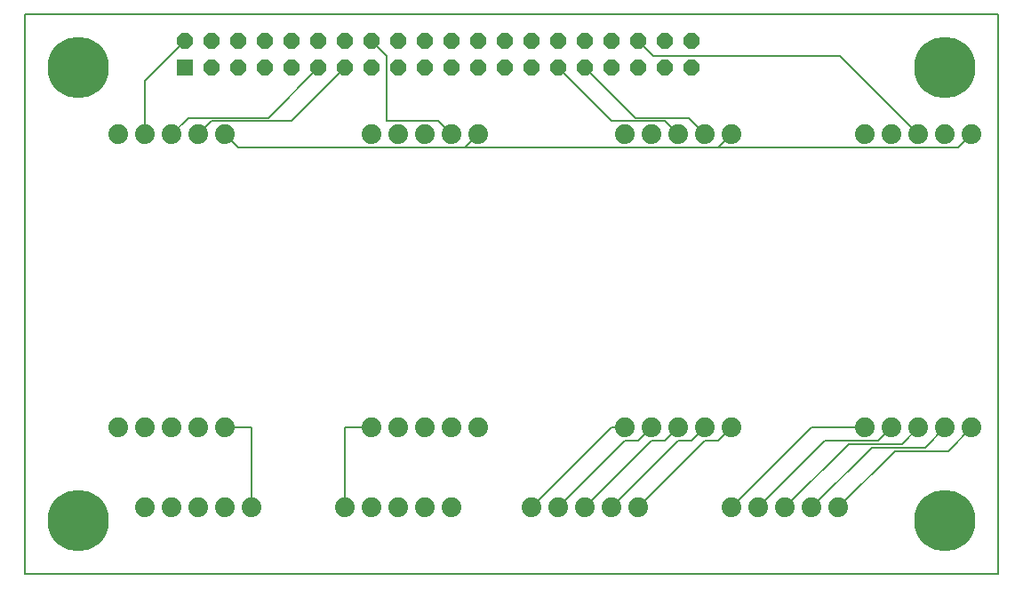
<source format=gbl>
G75*
%MOIN*%
%OFA0B0*%
%FSLAX25Y25*%
%IPPOS*%
%LPD*%
%AMOC8*
5,1,8,0,0,1.08239X$1,22.5*
%
%ADD10C,0.00600*%
%ADD11R,0.06000X0.06000*%
%ADD12OC8,0.06000*%
%ADD13C,0.07400*%
%ADD14C,0.23000*%
D10*
X0001300Y0001300D02*
X0001300Y0211300D01*
X0366300Y0211300D01*
X0366300Y0001300D01*
X0001300Y0001300D01*
X0086300Y0026300D02*
X0086300Y0056300D01*
X0076300Y0056300D01*
X0121300Y0056300D02*
X0131300Y0056300D01*
X0121300Y0056300D02*
X0121300Y0026300D01*
X0191300Y0026300D02*
X0221300Y0056300D01*
X0226300Y0056300D01*
X0226300Y0051300D02*
X0231300Y0051300D01*
X0236300Y0056300D01*
X0236300Y0051300D02*
X0241300Y0051300D01*
X0246300Y0056300D01*
X0246300Y0051300D02*
X0251300Y0051300D01*
X0256300Y0056300D01*
X0256300Y0051300D02*
X0261300Y0051300D01*
X0266300Y0056300D01*
X0256300Y0051300D02*
X0231300Y0026300D01*
X0221300Y0026300D02*
X0246300Y0051300D01*
X0236300Y0051300D02*
X0211300Y0026300D01*
X0201300Y0026300D02*
X0226300Y0051300D01*
X0266300Y0026300D02*
X0296300Y0056300D01*
X0316300Y0056300D01*
X0321300Y0051300D02*
X0326300Y0056300D01*
X0321300Y0051300D02*
X0301300Y0051300D01*
X0276300Y0026300D01*
X0286300Y0026300D02*
X0310050Y0050050D01*
X0330050Y0050050D01*
X0336300Y0056300D01*
X0338800Y0048800D02*
X0346300Y0056300D01*
X0347550Y0047550D02*
X0356300Y0056300D01*
X0347550Y0047550D02*
X0327550Y0047550D01*
X0306300Y0026300D01*
X0296300Y0026300D02*
X0318800Y0048800D01*
X0338800Y0048800D01*
X0351300Y0161300D02*
X0261300Y0161300D01*
X0166300Y0161300D01*
X0081300Y0161300D01*
X0076300Y0166300D01*
X0071300Y0171300D02*
X0066300Y0166300D01*
X0071300Y0171300D02*
X0101300Y0171300D01*
X0121300Y0191300D01*
X0111300Y0191300D02*
X0092550Y0172550D01*
X0062550Y0172550D01*
X0056300Y0166300D01*
X0046300Y0166300D02*
X0046300Y0186300D01*
X0061300Y0201300D01*
X0131300Y0201300D02*
X0136925Y0195675D01*
X0136925Y0171300D01*
X0156300Y0171300D01*
X0161300Y0166300D01*
X0166300Y0161300D02*
X0171300Y0166300D01*
X0201300Y0191300D02*
X0221300Y0171300D01*
X0241300Y0171300D01*
X0246300Y0166300D01*
X0250050Y0172550D02*
X0256300Y0166300D01*
X0261300Y0161300D02*
X0266300Y0166300D01*
X0250050Y0172550D02*
X0230050Y0172550D01*
X0211300Y0191300D01*
X0231300Y0201300D02*
X0236925Y0195675D01*
X0306925Y0195675D01*
X0336300Y0166300D01*
X0351300Y0161300D02*
X0356300Y0166300D01*
D11*
X0061300Y0191300D03*
D12*
X0071300Y0191300D03*
X0081300Y0191300D03*
X0091300Y0191300D03*
X0101300Y0191300D03*
X0111300Y0191300D03*
X0121300Y0191300D03*
X0131300Y0191300D03*
X0141300Y0191300D03*
X0151300Y0191300D03*
X0161300Y0191300D03*
X0171300Y0191300D03*
X0181300Y0191300D03*
X0191300Y0191300D03*
X0201300Y0191300D03*
X0211300Y0191300D03*
X0221300Y0191300D03*
X0231300Y0191300D03*
X0241300Y0191300D03*
X0251300Y0191300D03*
X0251300Y0201300D03*
X0241300Y0201300D03*
X0231300Y0201300D03*
X0221300Y0201300D03*
X0211300Y0201300D03*
X0201300Y0201300D03*
X0191300Y0201300D03*
X0181300Y0201300D03*
X0171300Y0201300D03*
X0161300Y0201300D03*
X0151300Y0201300D03*
X0141300Y0201300D03*
X0131300Y0201300D03*
X0121300Y0201300D03*
X0111300Y0201300D03*
X0101300Y0201300D03*
X0091300Y0201300D03*
X0081300Y0201300D03*
X0071300Y0201300D03*
X0061300Y0201300D03*
D13*
X0056300Y0166300D03*
X0046300Y0166300D03*
X0036300Y0166300D03*
X0066300Y0166300D03*
X0076300Y0166300D03*
X0131300Y0166300D03*
X0141300Y0166300D03*
X0151300Y0166300D03*
X0161300Y0166300D03*
X0171300Y0166300D03*
X0226300Y0166300D03*
X0236300Y0166300D03*
X0246300Y0166300D03*
X0256300Y0166300D03*
X0266300Y0166300D03*
X0316300Y0166300D03*
X0326300Y0166300D03*
X0336300Y0166300D03*
X0346300Y0166300D03*
X0356300Y0166300D03*
X0356300Y0056300D03*
X0346300Y0056300D03*
X0336300Y0056300D03*
X0326300Y0056300D03*
X0316300Y0056300D03*
X0306300Y0026300D03*
X0296300Y0026300D03*
X0286300Y0026300D03*
X0276300Y0026300D03*
X0266300Y0026300D03*
X0231300Y0026300D03*
X0221300Y0026300D03*
X0211300Y0026300D03*
X0201300Y0026300D03*
X0191300Y0026300D03*
X0161300Y0026300D03*
X0151300Y0026300D03*
X0141300Y0026300D03*
X0131300Y0026300D03*
X0121300Y0026300D03*
X0086300Y0026300D03*
X0076300Y0026300D03*
X0066300Y0026300D03*
X0056300Y0026300D03*
X0046300Y0026300D03*
X0046300Y0056300D03*
X0036300Y0056300D03*
X0056300Y0056300D03*
X0066300Y0056300D03*
X0076300Y0056300D03*
X0131300Y0056300D03*
X0141300Y0056300D03*
X0151300Y0056300D03*
X0161300Y0056300D03*
X0171300Y0056300D03*
X0226300Y0056300D03*
X0236300Y0056300D03*
X0246300Y0056300D03*
X0256300Y0056300D03*
X0266300Y0056300D03*
D14*
X0346300Y0021300D03*
X0346300Y0191300D03*
X0021300Y0191300D03*
X0021300Y0021300D03*
M02*

</source>
